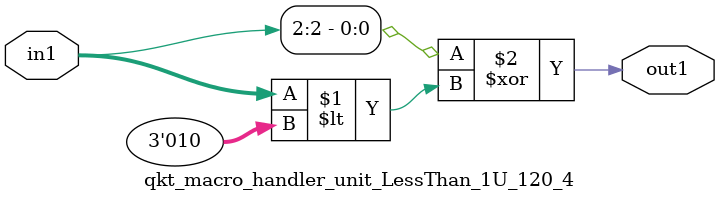
<source format=v>

`timescale 1ps / 1ps


module qkt_macro_handler_unit_LessThan_1U_120_4( in1, out1 );

    input [2:0] in1;
    output out1;

    
    // rtl_process:qkt_macro_handler_unit_LessThan_1U_120_4/qkt_macro_handler_unit_LessThan_1U_120_4_thread_1
    assign out1 = (in1[2] ^ in1 < 3'd2);

endmodule


</source>
